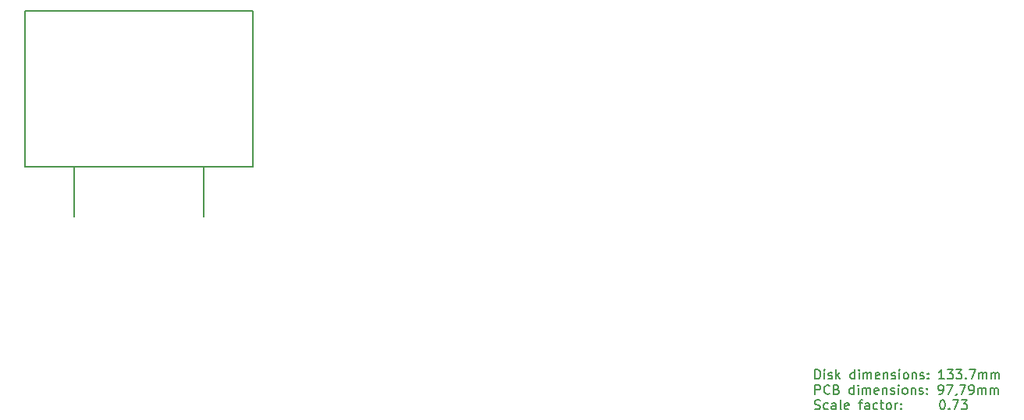
<source format=gbr>
G04 #@! TF.GenerationSoftware,KiCad,Pcbnew,(5.1.5)-3*
G04 #@! TF.CreationDate,2020-11-06T22:16:06+01:00*
G04 #@! TF.ProjectId,C64 Pi1541-II FaceplateB,43363420-5069-4313-9534-312d49492046,rev?*
G04 #@! TF.SameCoordinates,Original*
G04 #@! TF.FileFunction,OtherDrawing,Comment*
%FSLAX46Y46*%
G04 Gerber Fmt 4.6, Leading zero omitted, Abs format (unit mm)*
G04 Created by KiCad (PCBNEW (5.1.5)-3) date 2020-11-06 22:16:06*
%MOMM*%
%LPD*%
G04 APERTURE LIST*
%ADD10C,0.150000*%
G04 APERTURE END LIST*
D10*
X181310595Y-101672380D02*
X181310595Y-100672380D01*
X181548690Y-100672380D01*
X181691547Y-100720000D01*
X181786785Y-100815238D01*
X181834404Y-100910476D01*
X181882023Y-101100952D01*
X181882023Y-101243809D01*
X181834404Y-101434285D01*
X181786785Y-101529523D01*
X181691547Y-101624761D01*
X181548690Y-101672380D01*
X181310595Y-101672380D01*
X182310595Y-101672380D02*
X182310595Y-101005714D01*
X182310595Y-100672380D02*
X182262976Y-100720000D01*
X182310595Y-100767619D01*
X182358214Y-100720000D01*
X182310595Y-100672380D01*
X182310595Y-100767619D01*
X182739166Y-101624761D02*
X182834404Y-101672380D01*
X183024880Y-101672380D01*
X183120119Y-101624761D01*
X183167738Y-101529523D01*
X183167738Y-101481904D01*
X183120119Y-101386666D01*
X183024880Y-101339047D01*
X182882023Y-101339047D01*
X182786785Y-101291428D01*
X182739166Y-101196190D01*
X182739166Y-101148571D01*
X182786785Y-101053333D01*
X182882023Y-101005714D01*
X183024880Y-101005714D01*
X183120119Y-101053333D01*
X183596309Y-101672380D02*
X183596309Y-100672380D01*
X183691547Y-101291428D02*
X183977261Y-101672380D01*
X183977261Y-101005714D02*
X183596309Y-101386666D01*
X185596309Y-101672380D02*
X185596309Y-100672380D01*
X185596309Y-101624761D02*
X185501071Y-101672380D01*
X185310595Y-101672380D01*
X185215357Y-101624761D01*
X185167738Y-101577142D01*
X185120119Y-101481904D01*
X185120119Y-101196190D01*
X185167738Y-101100952D01*
X185215357Y-101053333D01*
X185310595Y-101005714D01*
X185501071Y-101005714D01*
X185596309Y-101053333D01*
X186072500Y-101672380D02*
X186072500Y-101005714D01*
X186072500Y-100672380D02*
X186024880Y-100720000D01*
X186072500Y-100767619D01*
X186120119Y-100720000D01*
X186072500Y-100672380D01*
X186072500Y-100767619D01*
X186548690Y-101672380D02*
X186548690Y-101005714D01*
X186548690Y-101100952D02*
X186596309Y-101053333D01*
X186691547Y-101005714D01*
X186834404Y-101005714D01*
X186929642Y-101053333D01*
X186977261Y-101148571D01*
X186977261Y-101672380D01*
X186977261Y-101148571D02*
X187024880Y-101053333D01*
X187120119Y-101005714D01*
X187262976Y-101005714D01*
X187358214Y-101053333D01*
X187405833Y-101148571D01*
X187405833Y-101672380D01*
X188262976Y-101624761D02*
X188167738Y-101672380D01*
X187977261Y-101672380D01*
X187882023Y-101624761D01*
X187834404Y-101529523D01*
X187834404Y-101148571D01*
X187882023Y-101053333D01*
X187977261Y-101005714D01*
X188167738Y-101005714D01*
X188262976Y-101053333D01*
X188310595Y-101148571D01*
X188310595Y-101243809D01*
X187834404Y-101339047D01*
X188739166Y-101005714D02*
X188739166Y-101672380D01*
X188739166Y-101100952D02*
X188786785Y-101053333D01*
X188882023Y-101005714D01*
X189024880Y-101005714D01*
X189120119Y-101053333D01*
X189167738Y-101148571D01*
X189167738Y-101672380D01*
X189596309Y-101624761D02*
X189691547Y-101672380D01*
X189882023Y-101672380D01*
X189977261Y-101624761D01*
X190024880Y-101529523D01*
X190024880Y-101481904D01*
X189977261Y-101386666D01*
X189882023Y-101339047D01*
X189739166Y-101339047D01*
X189643928Y-101291428D01*
X189596309Y-101196190D01*
X189596309Y-101148571D01*
X189643928Y-101053333D01*
X189739166Y-101005714D01*
X189882023Y-101005714D01*
X189977261Y-101053333D01*
X190453452Y-101672380D02*
X190453452Y-101005714D01*
X190453452Y-100672380D02*
X190405833Y-100720000D01*
X190453452Y-100767619D01*
X190501071Y-100720000D01*
X190453452Y-100672380D01*
X190453452Y-100767619D01*
X191072500Y-101672380D02*
X190977261Y-101624761D01*
X190929642Y-101577142D01*
X190882023Y-101481904D01*
X190882023Y-101196190D01*
X190929642Y-101100952D01*
X190977261Y-101053333D01*
X191072500Y-101005714D01*
X191215357Y-101005714D01*
X191310595Y-101053333D01*
X191358214Y-101100952D01*
X191405833Y-101196190D01*
X191405833Y-101481904D01*
X191358214Y-101577142D01*
X191310595Y-101624761D01*
X191215357Y-101672380D01*
X191072500Y-101672380D01*
X191834404Y-101005714D02*
X191834404Y-101672380D01*
X191834404Y-101100952D02*
X191882023Y-101053333D01*
X191977261Y-101005714D01*
X192120119Y-101005714D01*
X192215357Y-101053333D01*
X192262976Y-101148571D01*
X192262976Y-101672380D01*
X192691547Y-101624761D02*
X192786785Y-101672380D01*
X192977261Y-101672380D01*
X193072500Y-101624761D01*
X193120119Y-101529523D01*
X193120119Y-101481904D01*
X193072500Y-101386666D01*
X192977261Y-101339047D01*
X192834404Y-101339047D01*
X192739166Y-101291428D01*
X192691547Y-101196190D01*
X192691547Y-101148571D01*
X192739166Y-101053333D01*
X192834404Y-101005714D01*
X192977261Y-101005714D01*
X193072500Y-101053333D01*
X193548690Y-101577142D02*
X193596309Y-101624761D01*
X193548690Y-101672380D01*
X193501071Y-101624761D01*
X193548690Y-101577142D01*
X193548690Y-101672380D01*
X193548690Y-101053333D02*
X193596309Y-101100952D01*
X193548690Y-101148571D01*
X193501071Y-101100952D01*
X193548690Y-101053333D01*
X193548690Y-101148571D01*
X195310595Y-101672380D02*
X194739166Y-101672380D01*
X195024880Y-101672380D02*
X195024880Y-100672380D01*
X194929642Y-100815238D01*
X194834404Y-100910476D01*
X194739166Y-100958095D01*
X195643928Y-100672380D02*
X196262976Y-100672380D01*
X195929642Y-101053333D01*
X196072500Y-101053333D01*
X196167738Y-101100952D01*
X196215357Y-101148571D01*
X196262976Y-101243809D01*
X196262976Y-101481904D01*
X196215357Y-101577142D01*
X196167738Y-101624761D01*
X196072500Y-101672380D01*
X195786785Y-101672380D01*
X195691547Y-101624761D01*
X195643928Y-101577142D01*
X196596309Y-100672380D02*
X197215357Y-100672380D01*
X196882023Y-101053333D01*
X197024880Y-101053333D01*
X197120119Y-101100952D01*
X197167738Y-101148571D01*
X197215357Y-101243809D01*
X197215357Y-101481904D01*
X197167738Y-101577142D01*
X197120119Y-101624761D01*
X197024880Y-101672380D01*
X196739166Y-101672380D01*
X196643928Y-101624761D01*
X196596309Y-101577142D01*
X197643928Y-101577142D02*
X197691547Y-101624761D01*
X197643928Y-101672380D01*
X197596309Y-101624761D01*
X197643928Y-101577142D01*
X197643928Y-101672380D01*
X198024880Y-100672380D02*
X198691547Y-100672380D01*
X198262976Y-101672380D01*
X199072500Y-101672380D02*
X199072500Y-101005714D01*
X199072500Y-101100952D02*
X199120119Y-101053333D01*
X199215357Y-101005714D01*
X199358214Y-101005714D01*
X199453452Y-101053333D01*
X199501071Y-101148571D01*
X199501071Y-101672380D01*
X199501071Y-101148571D02*
X199548690Y-101053333D01*
X199643928Y-101005714D01*
X199786785Y-101005714D01*
X199882023Y-101053333D01*
X199929642Y-101148571D01*
X199929642Y-101672380D01*
X200405833Y-101672380D02*
X200405833Y-101005714D01*
X200405833Y-101100952D02*
X200453452Y-101053333D01*
X200548690Y-101005714D01*
X200691547Y-101005714D01*
X200786785Y-101053333D01*
X200834404Y-101148571D01*
X200834404Y-101672380D01*
X200834404Y-101148571D02*
X200882023Y-101053333D01*
X200977261Y-101005714D01*
X201120119Y-101005714D01*
X201215357Y-101053333D01*
X201262976Y-101148571D01*
X201262976Y-101672380D01*
X181310595Y-103322380D02*
X181310595Y-102322380D01*
X181691547Y-102322380D01*
X181786785Y-102370000D01*
X181834404Y-102417619D01*
X181882023Y-102512857D01*
X181882023Y-102655714D01*
X181834404Y-102750952D01*
X181786785Y-102798571D01*
X181691547Y-102846190D01*
X181310595Y-102846190D01*
X182882023Y-103227142D02*
X182834404Y-103274761D01*
X182691547Y-103322380D01*
X182596309Y-103322380D01*
X182453452Y-103274761D01*
X182358214Y-103179523D01*
X182310595Y-103084285D01*
X182262976Y-102893809D01*
X182262976Y-102750952D01*
X182310595Y-102560476D01*
X182358214Y-102465238D01*
X182453452Y-102370000D01*
X182596309Y-102322380D01*
X182691547Y-102322380D01*
X182834404Y-102370000D01*
X182882023Y-102417619D01*
X183643928Y-102798571D02*
X183786785Y-102846190D01*
X183834404Y-102893809D01*
X183882023Y-102989047D01*
X183882023Y-103131904D01*
X183834404Y-103227142D01*
X183786785Y-103274761D01*
X183691547Y-103322380D01*
X183310595Y-103322380D01*
X183310595Y-102322380D01*
X183643928Y-102322380D01*
X183739166Y-102370000D01*
X183786785Y-102417619D01*
X183834404Y-102512857D01*
X183834404Y-102608095D01*
X183786785Y-102703333D01*
X183739166Y-102750952D01*
X183643928Y-102798571D01*
X183310595Y-102798571D01*
X185501071Y-103322380D02*
X185501071Y-102322380D01*
X185501071Y-103274761D02*
X185405833Y-103322380D01*
X185215357Y-103322380D01*
X185120119Y-103274761D01*
X185072500Y-103227142D01*
X185024880Y-103131904D01*
X185024880Y-102846190D01*
X185072500Y-102750952D01*
X185120119Y-102703333D01*
X185215357Y-102655714D01*
X185405833Y-102655714D01*
X185501071Y-102703333D01*
X185977261Y-103322380D02*
X185977261Y-102655714D01*
X185977261Y-102322380D02*
X185929642Y-102370000D01*
X185977261Y-102417619D01*
X186024880Y-102370000D01*
X185977261Y-102322380D01*
X185977261Y-102417619D01*
X186453452Y-103322380D02*
X186453452Y-102655714D01*
X186453452Y-102750952D02*
X186501071Y-102703333D01*
X186596309Y-102655714D01*
X186739166Y-102655714D01*
X186834404Y-102703333D01*
X186882023Y-102798571D01*
X186882023Y-103322380D01*
X186882023Y-102798571D02*
X186929642Y-102703333D01*
X187024880Y-102655714D01*
X187167738Y-102655714D01*
X187262976Y-102703333D01*
X187310595Y-102798571D01*
X187310595Y-103322380D01*
X188167738Y-103274761D02*
X188072500Y-103322380D01*
X187882023Y-103322380D01*
X187786785Y-103274761D01*
X187739166Y-103179523D01*
X187739166Y-102798571D01*
X187786785Y-102703333D01*
X187882023Y-102655714D01*
X188072500Y-102655714D01*
X188167738Y-102703333D01*
X188215357Y-102798571D01*
X188215357Y-102893809D01*
X187739166Y-102989047D01*
X188643928Y-102655714D02*
X188643928Y-103322380D01*
X188643928Y-102750952D02*
X188691547Y-102703333D01*
X188786785Y-102655714D01*
X188929642Y-102655714D01*
X189024880Y-102703333D01*
X189072500Y-102798571D01*
X189072500Y-103322380D01*
X189501071Y-103274761D02*
X189596309Y-103322380D01*
X189786785Y-103322380D01*
X189882023Y-103274761D01*
X189929642Y-103179523D01*
X189929642Y-103131904D01*
X189882023Y-103036666D01*
X189786785Y-102989047D01*
X189643928Y-102989047D01*
X189548690Y-102941428D01*
X189501071Y-102846190D01*
X189501071Y-102798571D01*
X189548690Y-102703333D01*
X189643928Y-102655714D01*
X189786785Y-102655714D01*
X189882023Y-102703333D01*
X190358214Y-103322380D02*
X190358214Y-102655714D01*
X190358214Y-102322380D02*
X190310595Y-102370000D01*
X190358214Y-102417619D01*
X190405833Y-102370000D01*
X190358214Y-102322380D01*
X190358214Y-102417619D01*
X190977261Y-103322380D02*
X190882023Y-103274761D01*
X190834404Y-103227142D01*
X190786785Y-103131904D01*
X190786785Y-102846190D01*
X190834404Y-102750952D01*
X190882023Y-102703333D01*
X190977261Y-102655714D01*
X191120119Y-102655714D01*
X191215357Y-102703333D01*
X191262976Y-102750952D01*
X191310595Y-102846190D01*
X191310595Y-103131904D01*
X191262976Y-103227142D01*
X191215357Y-103274761D01*
X191120119Y-103322380D01*
X190977261Y-103322380D01*
X191739166Y-102655714D02*
X191739166Y-103322380D01*
X191739166Y-102750952D02*
X191786785Y-102703333D01*
X191882023Y-102655714D01*
X192024880Y-102655714D01*
X192120119Y-102703333D01*
X192167738Y-102798571D01*
X192167738Y-103322380D01*
X192596309Y-103274761D02*
X192691547Y-103322380D01*
X192882023Y-103322380D01*
X192977261Y-103274761D01*
X193024880Y-103179523D01*
X193024880Y-103131904D01*
X192977261Y-103036666D01*
X192882023Y-102989047D01*
X192739166Y-102989047D01*
X192643928Y-102941428D01*
X192596309Y-102846190D01*
X192596309Y-102798571D01*
X192643928Y-102703333D01*
X192739166Y-102655714D01*
X192882023Y-102655714D01*
X192977261Y-102703333D01*
X193453452Y-103227142D02*
X193501071Y-103274761D01*
X193453452Y-103322380D01*
X193405833Y-103274761D01*
X193453452Y-103227142D01*
X193453452Y-103322380D01*
X193453452Y-102703333D02*
X193501071Y-102750952D01*
X193453452Y-102798571D01*
X193405833Y-102750952D01*
X193453452Y-102703333D01*
X193453452Y-102798571D01*
X194739166Y-103322380D02*
X194929642Y-103322380D01*
X195024880Y-103274761D01*
X195072500Y-103227142D01*
X195167738Y-103084285D01*
X195215357Y-102893809D01*
X195215357Y-102512857D01*
X195167738Y-102417619D01*
X195120119Y-102370000D01*
X195024880Y-102322380D01*
X194834404Y-102322380D01*
X194739166Y-102370000D01*
X194691547Y-102417619D01*
X194643928Y-102512857D01*
X194643928Y-102750952D01*
X194691547Y-102846190D01*
X194739166Y-102893809D01*
X194834404Y-102941428D01*
X195024880Y-102941428D01*
X195120119Y-102893809D01*
X195167738Y-102846190D01*
X195215357Y-102750952D01*
X195548690Y-102322380D02*
X196215357Y-102322380D01*
X195786785Y-103322380D01*
X196643928Y-103274761D02*
X196643928Y-103322380D01*
X196596309Y-103417619D01*
X196548690Y-103465238D01*
X196977261Y-102322380D02*
X197643928Y-102322380D01*
X197215357Y-103322380D01*
X198072500Y-103322380D02*
X198262976Y-103322380D01*
X198358214Y-103274761D01*
X198405833Y-103227142D01*
X198501071Y-103084285D01*
X198548690Y-102893809D01*
X198548690Y-102512857D01*
X198501071Y-102417619D01*
X198453452Y-102370000D01*
X198358214Y-102322380D01*
X198167738Y-102322380D01*
X198072500Y-102370000D01*
X198024880Y-102417619D01*
X197977261Y-102512857D01*
X197977261Y-102750952D01*
X198024880Y-102846190D01*
X198072500Y-102893809D01*
X198167738Y-102941428D01*
X198358214Y-102941428D01*
X198453452Y-102893809D01*
X198501071Y-102846190D01*
X198548690Y-102750952D01*
X198977261Y-103322380D02*
X198977261Y-102655714D01*
X198977261Y-102750952D02*
X199024880Y-102703333D01*
X199120119Y-102655714D01*
X199262976Y-102655714D01*
X199358214Y-102703333D01*
X199405833Y-102798571D01*
X199405833Y-103322380D01*
X199405833Y-102798571D02*
X199453452Y-102703333D01*
X199548690Y-102655714D01*
X199691547Y-102655714D01*
X199786785Y-102703333D01*
X199834404Y-102798571D01*
X199834404Y-103322380D01*
X200310595Y-103322380D02*
X200310595Y-102655714D01*
X200310595Y-102750952D02*
X200358214Y-102703333D01*
X200453452Y-102655714D01*
X200596309Y-102655714D01*
X200691547Y-102703333D01*
X200739166Y-102798571D01*
X200739166Y-103322380D01*
X200739166Y-102798571D02*
X200786785Y-102703333D01*
X200882023Y-102655714D01*
X201024880Y-102655714D01*
X201120119Y-102703333D01*
X201167738Y-102798571D01*
X201167738Y-103322380D01*
X181262976Y-104924761D02*
X181405833Y-104972380D01*
X181643928Y-104972380D01*
X181739166Y-104924761D01*
X181786785Y-104877142D01*
X181834404Y-104781904D01*
X181834404Y-104686666D01*
X181786785Y-104591428D01*
X181739166Y-104543809D01*
X181643928Y-104496190D01*
X181453452Y-104448571D01*
X181358214Y-104400952D01*
X181310595Y-104353333D01*
X181262976Y-104258095D01*
X181262976Y-104162857D01*
X181310595Y-104067619D01*
X181358214Y-104020000D01*
X181453452Y-103972380D01*
X181691547Y-103972380D01*
X181834404Y-104020000D01*
X182691547Y-104924761D02*
X182596309Y-104972380D01*
X182405833Y-104972380D01*
X182310595Y-104924761D01*
X182262976Y-104877142D01*
X182215357Y-104781904D01*
X182215357Y-104496190D01*
X182262976Y-104400952D01*
X182310595Y-104353333D01*
X182405833Y-104305714D01*
X182596309Y-104305714D01*
X182691547Y-104353333D01*
X183548690Y-104972380D02*
X183548690Y-104448571D01*
X183501071Y-104353333D01*
X183405833Y-104305714D01*
X183215357Y-104305714D01*
X183120119Y-104353333D01*
X183548690Y-104924761D02*
X183453452Y-104972380D01*
X183215357Y-104972380D01*
X183120119Y-104924761D01*
X183072500Y-104829523D01*
X183072500Y-104734285D01*
X183120119Y-104639047D01*
X183215357Y-104591428D01*
X183453452Y-104591428D01*
X183548690Y-104543809D01*
X184167738Y-104972380D02*
X184072500Y-104924761D01*
X184024880Y-104829523D01*
X184024880Y-103972380D01*
X184929642Y-104924761D02*
X184834404Y-104972380D01*
X184643928Y-104972380D01*
X184548690Y-104924761D01*
X184501071Y-104829523D01*
X184501071Y-104448571D01*
X184548690Y-104353333D01*
X184643928Y-104305714D01*
X184834404Y-104305714D01*
X184929642Y-104353333D01*
X184977261Y-104448571D01*
X184977261Y-104543809D01*
X184501071Y-104639047D01*
X186024880Y-104305714D02*
X186405833Y-104305714D01*
X186167738Y-104972380D02*
X186167738Y-104115238D01*
X186215357Y-104020000D01*
X186310595Y-103972380D01*
X186405833Y-103972380D01*
X187167738Y-104972380D02*
X187167738Y-104448571D01*
X187120119Y-104353333D01*
X187024880Y-104305714D01*
X186834404Y-104305714D01*
X186739166Y-104353333D01*
X187167738Y-104924761D02*
X187072500Y-104972380D01*
X186834404Y-104972380D01*
X186739166Y-104924761D01*
X186691547Y-104829523D01*
X186691547Y-104734285D01*
X186739166Y-104639047D01*
X186834404Y-104591428D01*
X187072500Y-104591428D01*
X187167738Y-104543809D01*
X188072500Y-104924761D02*
X187977261Y-104972380D01*
X187786785Y-104972380D01*
X187691547Y-104924761D01*
X187643928Y-104877142D01*
X187596309Y-104781904D01*
X187596309Y-104496190D01*
X187643928Y-104400952D01*
X187691547Y-104353333D01*
X187786785Y-104305714D01*
X187977261Y-104305714D01*
X188072500Y-104353333D01*
X188358214Y-104305714D02*
X188739166Y-104305714D01*
X188501071Y-103972380D02*
X188501071Y-104829523D01*
X188548690Y-104924761D01*
X188643928Y-104972380D01*
X188739166Y-104972380D01*
X189215357Y-104972380D02*
X189120119Y-104924761D01*
X189072500Y-104877142D01*
X189024880Y-104781904D01*
X189024880Y-104496190D01*
X189072500Y-104400952D01*
X189120119Y-104353333D01*
X189215357Y-104305714D01*
X189358214Y-104305714D01*
X189453452Y-104353333D01*
X189501071Y-104400952D01*
X189548690Y-104496190D01*
X189548690Y-104781904D01*
X189501071Y-104877142D01*
X189453452Y-104924761D01*
X189358214Y-104972380D01*
X189215357Y-104972380D01*
X189977261Y-104972380D02*
X189977261Y-104305714D01*
X189977261Y-104496190D02*
X190024880Y-104400952D01*
X190072500Y-104353333D01*
X190167738Y-104305714D01*
X190262976Y-104305714D01*
X190596309Y-104877142D02*
X190643928Y-104924761D01*
X190596309Y-104972380D01*
X190548690Y-104924761D01*
X190596309Y-104877142D01*
X190596309Y-104972380D01*
X190596309Y-104353333D02*
X190643928Y-104400952D01*
X190596309Y-104448571D01*
X190548690Y-104400952D01*
X190596309Y-104353333D01*
X190596309Y-104448571D01*
X195072500Y-103972380D02*
X195167738Y-103972380D01*
X195262976Y-104020000D01*
X195310595Y-104067619D01*
X195358214Y-104162857D01*
X195405833Y-104353333D01*
X195405833Y-104591428D01*
X195358214Y-104781904D01*
X195310595Y-104877142D01*
X195262976Y-104924761D01*
X195167738Y-104972380D01*
X195072500Y-104972380D01*
X194977261Y-104924761D01*
X194929642Y-104877142D01*
X194882023Y-104781904D01*
X194834404Y-104591428D01*
X194834404Y-104353333D01*
X194882023Y-104162857D01*
X194929642Y-104067619D01*
X194977261Y-104020000D01*
X195072500Y-103972380D01*
X195834404Y-104877142D02*
X195882023Y-104924761D01*
X195834404Y-104972380D01*
X195786785Y-104924761D01*
X195834404Y-104877142D01*
X195834404Y-104972380D01*
X196215357Y-103972380D02*
X196882023Y-103972380D01*
X196453452Y-104972380D01*
X197167738Y-103972380D02*
X197786785Y-103972380D01*
X197453452Y-104353333D01*
X197596309Y-104353333D01*
X197691547Y-104400952D01*
X197739166Y-104448571D01*
X197786785Y-104543809D01*
X197786785Y-104781904D01*
X197739166Y-104877142D01*
X197691547Y-104924761D01*
X197596309Y-104972380D01*
X197310595Y-104972380D01*
X197215357Y-104924761D01*
X197167738Y-104877142D01*
X114950000Y-78655000D02*
X114950000Y-84055000D01*
X100950000Y-78655000D02*
X100950000Y-84055000D01*
X95600000Y-78655000D02*
X120300000Y-78655000D01*
X120300000Y-78655000D02*
X120300000Y-61655000D01*
X120300000Y-61655000D02*
X95600000Y-61655000D01*
X95600000Y-61655000D02*
X95600000Y-78655000D01*
M02*

</source>
